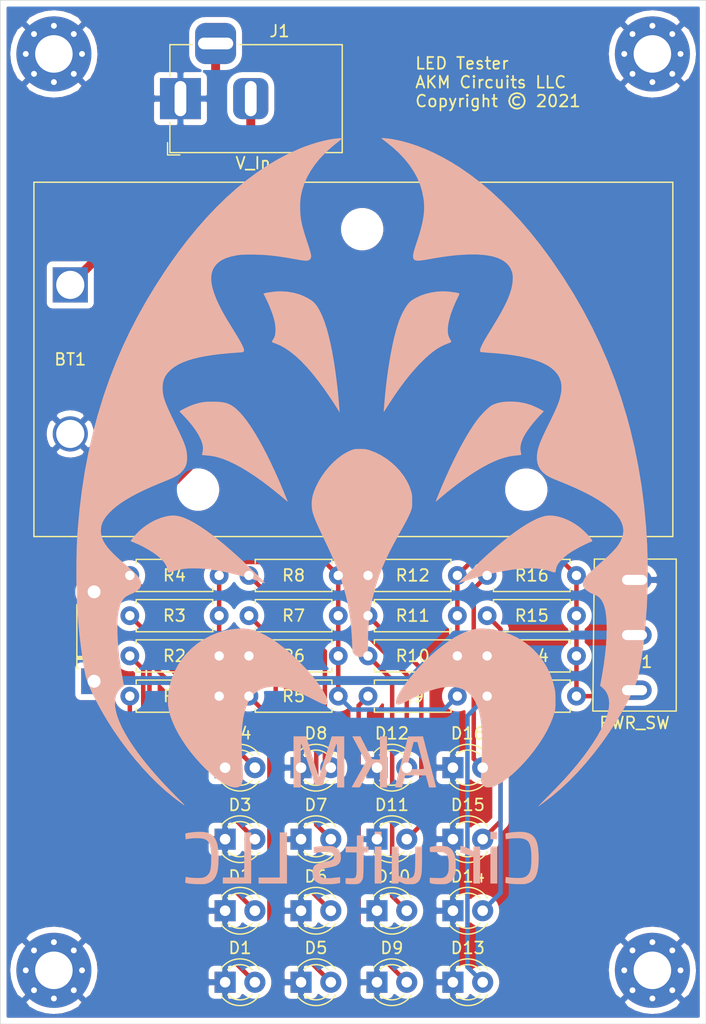
<source format=kicad_pcb>
(kicad_pcb (version 20171130) (host pcbnew "(5.1.9-0-10_14)")
  (title_block (title "LED Tester") (date 2021-08-03) (rev v1) (company "AKM Circuits LLC") (comment 2 https://creativecommons.org/licenses/by-nc-nd/4.0/) (comment 3 "License: CC-BY-NC-ND-4.0") (comment 4 "Author: Amir Masri"))
  (layers (0 F.Cu signal) (31 B.Cu signal) (36 B.SilkS user hide) (37 F.SilkS user) (38 B.Mask user) (39 F.Mask user) (44 Edge.Cuts user))
  (net 0 "")
  (net 1 "Net-(BT1-Pad1)")
  (net 2 GND)
  (net 3 "Net-(D1-Pad2)")
  (net 4 "Net-(D2-Pad2)")
  (net 5 "Net-(D3-Pad2)")
  (net 6 "Net-(D4-Pad2)")
  (net 7 "Net-(D5-Pad2)")
  (net 8 "Net-(D6-Pad2)")
  (net 9 "Net-(D7-Pad2)")
  (net 10 "Net-(D8-Pad2)")
  (net 11 "Net-(D9-Pad2)")
  (net 12 "Net-(D10-Pad2)")
  (net 13 "Net-(D11-Pad2)")
  (net 14 "Net-(D12-Pad2)")
  (net 15 "Net-(D13-Pad2)")
  (net 16 "Net-(D14-Pad2)")
  (net 17 "Net-(D15-Pad2)")
  (net 18 "Net-(D16-Pad2)")
  (net 19 "Net-(D17-Pad1)")
  (net 20 "Net-(D17-Pad2)")
  (net 21 VCC)
  (module AKM_Circuits:Logo_800 (layer B.Cu) (at 140.97 102.235 180)
    (fp_text reference SYM1 hide)
    (fp_text value SYM_AKM_Logo hide)
  )
  (module Battery:BatteryHolder_Eagle_12BH611-GR (layer F.Cu) (at 116.078 82.931 180)
    (fp_text reference BT1 (at 0 -6.35) (layer F.SilkS))
    (fp_text value Battery)
    (pad 2 thru_hole circle (at 0 -12.7 180) (size 3 3) (drill 2.4) (layers *.Cu *.Mask) (net 2 GND))
    (pad 1 thru_hole rect (at 0 0 180) (size 3 3) (drill 2.4) (layers *.Cu *.Mask) (net 1 "Net-(BT1-Pad1)"))
    (pad "" np_thru_hole circle (at -10.9 -17.45 180) (size 2.6 2.6) (drill 2.6) (layers *.Cu *.Mask))
    (pad "" np_thru_hole circle (at -38.9 -17.45 180) (size 2.6 2.6) (drill 2.6) (layers *.Cu *.Mask))
    (pad "" np_thru_hole circle (at -24.9 4.75 180) (size 2.6 2.6) (drill 2.6) (layers *.Cu *.Mask))
  )
  (module Resistor_THT:R_Axial_DIN0207_L6.3mm_D2.5mm_P7.62mm_Horizontal (layer F.Cu) (at 131.318 111.125)
    (fp_text reference R7 (at 3.81 0) (layer F.SilkS))
    (fp_text value 4K7)
    (pad 1 thru_hole circle (at 0 0) (size 1.6 1.6) (drill 0.8) (layers *.Cu *.Mask) (net 9 "Net-(D7-Pad2)"))
    (pad 2 thru_hole oval (at 7.62 0) (size 1.6 1.6) (drill 0.8) (layers *.Cu *.Mask) (net 21 VCC))
  )
  (module MountingHole:MountingHole_3.2mm_M3_Pad_Via (layer F.Cu) (at 165.735 141.351)
    (fp_text reference H4 hide)
    (fp_text value MountingHole_Pad)
    (pad 1 thru_hole circle (at 1.697056 -1.697056) (size 0.8 0.8) (drill 0.5) (layers *.Cu *.Mask) (net 2 GND))
    (pad 1 thru_hole circle (at 0 -2.4) (size 0.8 0.8) (drill 0.5) (layers *.Cu *.Mask) (net 2 GND))
    (pad 1 thru_hole circle (at -1.697056 -1.697056) (size 0.8 0.8) (drill 0.5) (layers *.Cu *.Mask) (net 2 GND))
    (pad 1 thru_hole circle (at -2.4 0) (size 0.8 0.8) (drill 0.5) (layers *.Cu *.Mask) (net 2 GND))
    (pad 1 thru_hole circle (at -1.697056 1.697056) (size 0.8 0.8) (drill 0.5) (layers *.Cu *.Mask) (net 2 GND))
    (pad 1 thru_hole circle (at 0 2.4) (size 0.8 0.8) (drill 0.5) (layers *.Cu *.Mask) (net 2 GND))
    (pad 1 thru_hole circle (at 1.697056 1.697056) (size 0.8 0.8) (drill 0.5) (layers *.Cu *.Mask) (net 2 GND))
    (pad 1 thru_hole circle (at 2.4 0) (size 0.8 0.8) (drill 0.5) (layers *.Cu *.Mask) (net 2 GND))
    (pad 1 thru_hole circle (at 0 0) (size 6.4 6.4) (drill 3.2) (layers *.Cu *.Mask) (net 2 GND))
  )
  (module MountingHole:MountingHole_3.2mm_M3_Pad_Via (layer F.Cu) (at 165.735 63.246)
    (fp_text reference H3 hide)
    (fp_text value MountingHole_Pad)
    (pad 1 thru_hole circle (at 1.697056 -1.697056) (size 0.8 0.8) (drill 0.5) (layers *.Cu *.Mask) (net 2 GND))
    (pad 1 thru_hole circle (at 0 -2.4) (size 0.8 0.8) (drill 0.5) (layers *.Cu *.Mask) (net 2 GND))
    (pad 1 thru_hole circle (at -1.697056 -1.697056) (size 0.8 0.8) (drill 0.5) (layers *.Cu *.Mask) (net 2 GND))
    (pad 1 thru_hole circle (at -2.4 0) (size 0.8 0.8) (drill 0.5) (layers *.Cu *.Mask) (net 2 GND))
    (pad 1 thru_hole circle (at -1.697056 1.697056) (size 0.8 0.8) (drill 0.5) (layers *.Cu *.Mask) (net 2 GND))
    (pad 1 thru_hole circle (at 0 2.4) (size 0.8 0.8) (drill 0.5) (layers *.Cu *.Mask) (net 2 GND))
    (pad 1 thru_hole circle (at 1.697056 1.697056) (size 0.8 0.8) (drill 0.5) (layers *.Cu *.Mask) (net 2 GND))
    (pad 1 thru_hole circle (at 2.4 0) (size 0.8 0.8) (drill 0.5) (layers *.Cu *.Mask) (net 2 GND))
    (pad 1 thru_hole circle (at 0 0) (size 6.4 6.4) (drill 3.2) (layers *.Cu *.Mask) (net 2 GND))
  )
  (module MountingHole:MountingHole_3.2mm_M3_Pad_Via (layer F.Cu) (at 114.681 141.351)
    (fp_text reference H2 hide)
    (fp_text value MountingHole_Pad)
    (pad 1 thru_hole circle (at 1.697056 -1.697056) (size 0.8 0.8) (drill 0.5) (layers *.Cu *.Mask) (net 2 GND))
    (pad 1 thru_hole circle (at 0 -2.4) (size 0.8 0.8) (drill 0.5) (layers *.Cu *.Mask) (net 2 GND))
    (pad 1 thru_hole circle (at -1.697056 -1.697056) (size 0.8 0.8) (drill 0.5) (layers *.Cu *.Mask) (net 2 GND))
    (pad 1 thru_hole circle (at -2.4 0) (size 0.8 0.8) (drill 0.5) (layers *.Cu *.Mask) (net 2 GND))
    (pad 1 thru_hole circle (at -1.697056 1.697056) (size 0.8 0.8) (drill 0.5) (layers *.Cu *.Mask) (net 2 GND))
    (pad 1 thru_hole circle (at 0 2.4) (size 0.8 0.8) (drill 0.5) (layers *.Cu *.Mask) (net 2 GND))
    (pad 1 thru_hole circle (at 1.697056 1.697056) (size 0.8 0.8) (drill 0.5) (layers *.Cu *.Mask) (net 2 GND))
    (pad 1 thru_hole circle (at 2.4 0) (size 0.8 0.8) (drill 0.5) (layers *.Cu *.Mask) (net 2 GND))
    (pad 1 thru_hole circle (at 0 0) (size 6.4 6.4) (drill 3.2) (layers *.Cu *.Mask) (net 2 GND))
  )
  (module MountingHole:MountingHole_3.2mm_M3_Pad_Via (layer F.Cu) (at 114.681 63.246)
    (fp_text reference H1 hide)
    (fp_text value MountingHole_Pad)
    (pad 1 thru_hole circle (at 1.697056 -1.697056) (size 0.8 0.8) (drill 0.5) (layers *.Cu *.Mask) (net 2 GND))
    (pad 1 thru_hole circle (at 0 -2.4) (size 0.8 0.8) (drill 0.5) (layers *.Cu *.Mask) (net 2 GND))
    (pad 1 thru_hole circle (at -1.697056 -1.697056) (size 0.8 0.8) (drill 0.5) (layers *.Cu *.Mask) (net 2 GND))
    (pad 1 thru_hole circle (at -2.4 0) (size 0.8 0.8) (drill 0.5) (layers *.Cu *.Mask) (net 2 GND))
    (pad 1 thru_hole circle (at -1.697056 1.697056) (size 0.8 0.8) (drill 0.5) (layers *.Cu *.Mask) (net 2 GND))
    (pad 1 thru_hole circle (at 0 2.4) (size 0.8 0.8) (drill 0.5) (layers *.Cu *.Mask) (net 2 GND))
    (pad 1 thru_hole circle (at 1.697056 1.697056) (size 0.8 0.8) (drill 0.5) (layers *.Cu *.Mask) (net 2 GND))
    (pad 1 thru_hole circle (at 2.4 0) (size 0.8 0.8) (drill 0.5) (layers *.Cu *.Mask) (net 2 GND))
    (pad 1 thru_hole circle (at 0 0) (size 6.4 6.4) (drill 3.2) (layers *.Cu *.Mask) (net 2 GND))
  )
  (module LED_THT:LED_D3.0mm (layer F.Cu) (at 129.286 142.367)
    (fp_text reference D1 (at 1.27 -2.921) (layer F.SilkS))
    (fp_text value LED)
    (pad 1 thru_hole rect (at 0 0) (size 1.8 1.8) (drill 0.9) (layers *.Cu *.Mask) (net 2 GND))
    (pad 2 thru_hole circle (at 2.54 0) (size 1.8 1.8) (drill 0.9) (layers *.Cu *.Mask) (net 3 "Net-(D1-Pad2)"))
  )
  (module LED_THT:LED_D3.0mm (layer F.Cu) (at 129.286 136.271)
    (fp_text reference D2 (at 1.27 -2.921) (layer F.SilkS))
    (fp_text value LED)
    (pad 1 thru_hole rect (at 0 0) (size 1.8 1.8) (drill 0.9) (layers *.Cu *.Mask) (net 2 GND))
    (pad 2 thru_hole circle (at 2.54 0) (size 1.8 1.8) (drill 0.9) (layers *.Cu *.Mask) (net 4 "Net-(D2-Pad2)"))
  )
  (module LED_THT:LED_D3.0mm (layer F.Cu) (at 129.286 130.175)
    (fp_text reference D3 (at 1.27 -2.921) (layer F.SilkS))
    (fp_text value LED)
    (pad 2 thru_hole circle (at 2.54 0) (size 1.8 1.8) (drill 0.9) (layers *.Cu *.Mask) (net 5 "Net-(D3-Pad2)"))
    (pad 1 thru_hole rect (at 0 0) (size 1.8 1.8) (drill 0.9) (layers *.Cu *.Mask) (net 2 GND))
  )
  (module LED_THT:LED_D3.0mm (layer F.Cu) (at 129.286 124.079)
    (fp_text reference D4 (at 1.27 -2.921) (layer F.SilkS))
    (fp_text value LED)
    (pad 1 thru_hole rect (at 0 0) (size 1.8 1.8) (drill 0.9) (layers *.Cu *.Mask) (net 2 GND))
    (pad 2 thru_hole circle (at 2.54 0) (size 1.8 1.8) (drill 0.9) (layers *.Cu *.Mask) (net 6 "Net-(D4-Pad2)"))
  )
  (module LED_THT:LED_D3.0mm (layer F.Cu) (at 135.763 142.367)
    (fp_text reference D5 (at 1.27 -2.921) (layer F.SilkS))
    (fp_text value LED)
    (pad 1 thru_hole rect (at 0 0) (size 1.8 1.8) (drill 0.9) (layers *.Cu *.Mask) (net 2 GND))
    (pad 2 thru_hole circle (at 2.54 0) (size 1.8 1.8) (drill 0.9) (layers *.Cu *.Mask) (net 7 "Net-(D5-Pad2)"))
  )
  (module LED_THT:LED_D3.0mm (layer F.Cu) (at 135.763 136.271)
    (fp_text reference D6 (at 1.27 -2.921) (layer F.SilkS))
    (fp_text value LED)
    (pad 1 thru_hole rect (at 0 0) (size 1.8 1.8) (drill 0.9) (layers *.Cu *.Mask) (net 2 GND))
    (pad 2 thru_hole circle (at 2.54 0) (size 1.8 1.8) (drill 0.9) (layers *.Cu *.Mask) (net 8 "Net-(D6-Pad2)"))
  )
  (module LED_THT:LED_D3.0mm (layer F.Cu) (at 135.763 130.175)
    (fp_text reference D7 (at 1.27 -2.921) (layer F.SilkS))
    (fp_text value LED)
    (pad 2 thru_hole circle (at 2.54 0) (size 1.8 1.8) (drill 0.9) (layers *.Cu *.Mask) (net 9 "Net-(D7-Pad2)"))
    (pad 1 thru_hole rect (at 0 0) (size 1.8 1.8) (drill 0.9) (layers *.Cu *.Mask) (net 2 GND))
  )
  (module LED_THT:LED_D3.0mm (layer F.Cu) (at 135.763 124.079)
    (fp_text reference D8 (at 1.27 -2.921) (layer F.SilkS))
    (fp_text value LED)
    (pad 1 thru_hole rect (at 0 0) (size 1.8 1.8) (drill 0.9) (layers *.Cu *.Mask) (net 2 GND))
    (pad 2 thru_hole circle (at 2.54 0) (size 1.8 1.8) (drill 0.9) (layers *.Cu *.Mask) (net 10 "Net-(D8-Pad2)"))
  )
  (module LED_THT:LED_D3.0mm (layer F.Cu) (at 142.24 142.367)
    (fp_text reference D9 (at 1.27 -2.921) (layer F.SilkS))
    (fp_text value LED)
    (pad 2 thru_hole circle (at 2.54 0) (size 1.8 1.8) (drill 0.9) (layers *.Cu *.Mask) (net 11 "Net-(D9-Pad2)"))
    (pad 1 thru_hole rect (at 0 0) (size 1.8 1.8) (drill 0.9) (layers *.Cu *.Mask) (net 2 GND))
  )
  (module LED_THT:LED_D3.0mm (layer F.Cu) (at 142.24 136.271)
    (fp_text reference D10 (at 1.397 -2.921) (layer F.SilkS))
    (fp_text value LED)
    (pad 2 thru_hole circle (at 2.54 0) (size 1.8 1.8) (drill 0.9) (layers *.Cu *.Mask) (net 12 "Net-(D10-Pad2)"))
    (pad 1 thru_hole rect (at 0 0) (size 1.8 1.8) (drill 0.9) (layers *.Cu *.Mask) (net 2 GND))
  )
  (module LED_THT:LED_D3.0mm (layer F.Cu) (at 142.24 130.175)
    (fp_text reference D11 (at 1.27 -2.921) (layer F.SilkS))
    (fp_text value LED)
    (pad 2 thru_hole circle (at 2.54 0) (size 1.8 1.8) (drill 0.9) (layers *.Cu *.Mask) (net 13 "Net-(D11-Pad2)"))
    (pad 1 thru_hole rect (at 0 0) (size 1.8 1.8) (drill 0.9) (layers *.Cu *.Mask) (net 2 GND))
  )
  (module LED_THT:LED_D3.0mm (layer F.Cu) (at 142.24 124.079)
    (fp_text reference D12 (at 1.27 -2.921) (layer F.SilkS))
    (fp_text value LED)
    (pad 2 thru_hole circle (at 2.54 0) (size 1.8 1.8) (drill 0.9) (layers *.Cu *.Mask) (net 14 "Net-(D12-Pad2)"))
    (pad 1 thru_hole rect (at 0 0) (size 1.8 1.8) (drill 0.9) (layers *.Cu *.Mask) (net 2 GND))
  )
  (module LED_THT:LED_D3.0mm (layer F.Cu) (at 148.717 142.367)
    (fp_text reference D13 (at 1.27 -2.921) (layer F.SilkS))
    (fp_text value LED)
    (pad 1 thru_hole rect (at 0 0) (size 1.8 1.8) (drill 0.9) (layers *.Cu *.Mask) (net 2 GND))
    (pad 2 thru_hole circle (at 2.54 0) (size 1.8 1.8) (drill 0.9) (layers *.Cu *.Mask) (net 15 "Net-(D13-Pad2)"))
  )
  (module LED_THT:LED_D3.0mm (layer F.Cu) (at 148.717 136.271)
    (fp_text reference D14 (at 1.27 -2.921) (layer F.SilkS))
    (fp_text value LED)
    (pad 1 thru_hole rect (at 0 0) (size 1.8 1.8) (drill 0.9) (layers *.Cu *.Mask) (net 2 GND))
    (pad 2 thru_hole circle (at 2.54 0) (size 1.8 1.8) (drill 0.9) (layers *.Cu *.Mask) (net 16 "Net-(D14-Pad2)"))
  )
  (module LED_THT:LED_D3.0mm (layer F.Cu) (at 148.717 130.175)
    (fp_text reference D15 (at 1.27 -2.921) (layer F.SilkS))
    (fp_text value LED)
    (pad 2 thru_hole circle (at 2.54 0) (size 1.8 1.8) (drill 0.9) (layers *.Cu *.Mask) (net 17 "Net-(D15-Pad2)"))
    (pad 1 thru_hole rect (at 0 0) (size 1.8 1.8) (drill 0.9) (layers *.Cu *.Mask) (net 2 GND))
  )
  (module LED_THT:LED_D3.0mm (layer F.Cu) (at 148.717 124.079)
    (fp_text reference D16 (at 1.27 -2.921) (layer F.SilkS))
    (fp_text value LED)
    (pad 1 thru_hole rect (at 0 0) (size 1.8 1.8) (drill 0.9) (layers *.Cu *.Mask) (net 2 GND))
    (pad 2 thru_hole circle (at 2.54 0) (size 1.8 1.8) (drill 0.9) (layers *.Cu *.Mask) (net 18 "Net-(D16-Pad2)"))
  )
  (module Diode_THT:D_DO-41_SOD81_P7.62mm_Horizontal (layer F.Cu) (at 118.11 116.713 90)
    (fp_text reference D17 (at 4.191 0 90) (layer F.SilkS))
    (fp_text value 1N5817)
    (pad 1 thru_hole rect (at 0 0 90) (size 2.2 2.2) (drill 1.1) (layers *.Cu *.Mask) (net 19 "Net-(D17-Pad1)"))
    (pad 2 thru_hole oval (at 7.62 0 90) (size 2.2 2.2) (drill 1.1) (layers *.Cu *.Mask) (net 20 "Net-(D17-Pad2)"))
  )
  (module Connector_BarrelJack:BarrelJack_Horizontal (layer F.Cu) (at 125.476 67.056 180)
    (fp_text reference J1 (at -8.45 5.75) (layer F.SilkS))
    (fp_text value V_In (at -6.2 -5.5) (layer F.SilkS))
    (pad 1 thru_hole rect (at 0 0 180) (size 3.5 3.5) (drill oval 1 3) (layers *.Cu *.Mask) (net 2 GND))
    (pad 2 thru_hole roundrect (at -6 0 180) (size 3 3.5) (drill oval 1 3) (layers *.Cu *.Mask) (net 20 "Net-(D17-Pad2)"))
    (pad 3 thru_hole roundrect (at -3 4.7 180) (size 3.5 3.5) (drill oval 3 1) (layers *.Cu *.Mask) (net 1 "Net-(BT1-Pad1)"))
  )
  (module Resistor_THT:R_Axial_DIN0207_L6.3mm_D2.5mm_P7.62mm_Horizontal (layer F.Cu) (at 121.158 117.983)
    (fp_text reference R1 (at 3.81 0) (layer F.SilkS))
    (fp_text value 4K7)
    (pad 1 thru_hole circle (at 0 0) (size 1.6 1.6) (drill 0.8) (layers *.Cu *.Mask) (net 3 "Net-(D1-Pad2)"))
    (pad 2 thru_hole oval (at 7.62 0) (size 1.6 1.6) (drill 0.8) (layers *.Cu *.Mask) (net 21 VCC))
  )
  (module Resistor_THT:R_Axial_DIN0207_L6.3mm_D2.5mm_P7.62mm_Horizontal (layer F.Cu) (at 121.158 114.554)
    (fp_text reference R2 (at 3.81 0) (layer F.SilkS))
    (fp_text value 4K7)
    (pad 1 thru_hole circle (at 0 0) (size 1.6 1.6) (drill 0.8) (layers *.Cu *.Mask) (net 4 "Net-(D2-Pad2)"))
    (pad 2 thru_hole oval (at 7.62 0) (size 1.6 1.6) (drill 0.8) (layers *.Cu *.Mask) (net 21 VCC))
  )
  (module Resistor_THT:R_Axial_DIN0207_L6.3mm_D2.5mm_P7.62mm_Horizontal (layer F.Cu) (at 121.158 111.125)
    (fp_text reference R3 (at 3.81 0) (layer F.SilkS))
    (fp_text value 4K7)
    (pad 2 thru_hole oval (at 7.62 0) (size 1.6 1.6) (drill 0.8) (layers *.Cu *.Mask) (net 21 VCC))
    (pad 1 thru_hole circle (at 0 0) (size 1.6 1.6) (drill 0.8) (layers *.Cu *.Mask) (net 5 "Net-(D3-Pad2)"))
  )
  (module Resistor_THT:R_Axial_DIN0207_L6.3mm_D2.5mm_P7.62mm_Horizontal (layer F.Cu) (at 121.158 107.696)
    (fp_text reference R4 (at 3.81 0) (layer F.SilkS))
    (fp_text value 4K7)
    (pad 1 thru_hole circle (at 0 0) (size 1.6 1.6) (drill 0.8) (layers *.Cu *.Mask) (net 6 "Net-(D4-Pad2)"))
    (pad 2 thru_hole oval (at 7.62 0) (size 1.6 1.6) (drill 0.8) (layers *.Cu *.Mask) (net 21 VCC))
  )
  (module Resistor_THT:R_Axial_DIN0207_L6.3mm_D2.5mm_P7.62mm_Horizontal (layer F.Cu) (at 131.318 117.983)
    (fp_text reference R5 (at 3.81 0) (layer F.SilkS))
    (fp_text value 4K7)
    (pad 1 thru_hole circle (at 0 0) (size 1.6 1.6) (drill 0.8) (layers *.Cu *.Mask) (net 7 "Net-(D5-Pad2)"))
    (pad 2 thru_hole oval (at 7.62 0) (size 1.6 1.6) (drill 0.8) (layers *.Cu *.Mask) (net 21 VCC))
  )
  (module Resistor_THT:R_Axial_DIN0207_L6.3mm_D2.5mm_P7.62mm_Horizontal (layer F.Cu) (at 131.318 114.554)
    (fp_text reference R6 (at 3.81 0) (layer F.SilkS))
    (fp_text value 4K7)
    (pad 2 thru_hole oval (at 7.62 0) (size 1.6 1.6) (drill 0.8) (layers *.Cu *.Mask) (net 21 VCC))
    (pad 1 thru_hole circle (at 0 0) (size 1.6 1.6) (drill 0.8) (layers *.Cu *.Mask) (net 8 "Net-(D6-Pad2)"))
  )
  (module Resistor_THT:R_Axial_DIN0207_L6.3mm_D2.5mm_P7.62mm_Horizontal (layer F.Cu) (at 131.318 107.696)
    (fp_text reference R8 (at 3.81 0) (layer F.SilkS))
    (fp_text value 4K7)
    (pad 2 thru_hole oval (at 7.62 0) (size 1.6 1.6) (drill 0.8) (layers *.Cu *.Mask) (net 21 VCC))
    (pad 1 thru_hole circle (at 0 0) (size 1.6 1.6) (drill 0.8) (layers *.Cu *.Mask) (net 10 "Net-(D8-Pad2)"))
  )
  (module Resistor_THT:R_Axial_DIN0207_L6.3mm_D2.5mm_P7.62mm_Horizontal (layer F.Cu) (at 141.478 117.983)
    (fp_text reference R9 (at 3.81 0) (layer F.SilkS))
    (fp_text value 4K7)
    (pad 2 thru_hole oval (at 7.62 0) (size 1.6 1.6) (drill 0.8) (layers *.Cu *.Mask) (net 21 VCC))
    (pad 1 thru_hole circle (at 0 0) (size 1.6 1.6) (drill 0.8) (layers *.Cu *.Mask) (net 11 "Net-(D9-Pad2)"))
  )
  (module Resistor_THT:R_Axial_DIN0207_L6.3mm_D2.5mm_P7.62mm_Horizontal (layer F.Cu) (at 141.478 114.554)
    (fp_text reference R10 (at 3.81 0) (layer F.SilkS))
    (fp_text value 4K7)
    (pad 2 thru_hole oval (at 7.62 0) (size 1.6 1.6) (drill 0.8) (layers *.Cu *.Mask) (net 21 VCC))
    (pad 1 thru_hole circle (at 0 0) (size 1.6 1.6) (drill 0.8) (layers *.Cu *.Mask) (net 12 "Net-(D10-Pad2)"))
  )
  (module Resistor_THT:R_Axial_DIN0207_L6.3mm_D2.5mm_P7.62mm_Horizontal (layer F.Cu) (at 141.478 111.125)
    (fp_text reference R11 (at 3.81 0) (layer F.SilkS))
    (fp_text value 4K7)
    (pad 2 thru_hole oval (at 7.62 0) (size 1.6 1.6) (drill 0.8) (layers *.Cu *.Mask) (net 21 VCC))
    (pad 1 thru_hole circle (at 0 0) (size 1.6 1.6) (drill 0.8) (layers *.Cu *.Mask) (net 13 "Net-(D11-Pad2)"))
  )
  (module Resistor_THT:R_Axial_DIN0207_L6.3mm_D2.5mm_P7.62mm_Horizontal (layer F.Cu) (at 141.478 107.696)
    (fp_text reference R12 (at 3.81 0) (layer F.SilkS))
    (fp_text value 4K7)
    (pad 2 thru_hole oval (at 7.62 0) (size 1.6 1.6) (drill 0.8) (layers *.Cu *.Mask) (net 21 VCC))
    (pad 1 thru_hole circle (at 0 0) (size 1.6 1.6) (drill 0.8) (layers *.Cu *.Mask) (net 14 "Net-(D12-Pad2)"))
  )
  (module Resistor_THT:R_Axial_DIN0207_L6.3mm_D2.5mm_P7.62mm_Horizontal (layer F.Cu) (at 151.638 117.983)
    (fp_text reference R13 (at 3.81 0) (layer F.SilkS))
    (fp_text value 4K7)
    (pad 1 thru_hole circle (at 0 0) (size 1.6 1.6) (drill 0.8) (layers *.Cu *.Mask) (net 15 "Net-(D13-Pad2)"))
    (pad 2 thru_hole oval (at 7.62 0) (size 1.6 1.6) (drill 0.8) (layers *.Cu *.Mask) (net 21 VCC))
  )
  (module Resistor_THT:R_Axial_DIN0207_L6.3mm_D2.5mm_P7.62mm_Horizontal (layer F.Cu) (at 151.638 114.554)
    (fp_text reference R14 (at 3.81 0) (layer F.SilkS))
    (fp_text value 4K7)
    (pad 2 thru_hole oval (at 7.62 0) (size 1.6 1.6) (drill 0.8) (layers *.Cu *.Mask) (net 21 VCC))
    (pad 1 thru_hole circle (at 0 0) (size 1.6 1.6) (drill 0.8) (layers *.Cu *.Mask) (net 16 "Net-(D14-Pad2)"))
  )
  (module Resistor_THT:R_Axial_DIN0207_L6.3mm_D2.5mm_P7.62mm_Horizontal (layer F.Cu) (at 151.638 111.125)
    (fp_text reference R15 (at 3.81 0) (layer F.SilkS))
    (fp_text value 4K7)
    (pad 1 thru_hole circle (at 0 0) (size 1.6 1.6) (drill 0.8) (layers *.Cu *.Mask) (net 17 "Net-(D15-Pad2)"))
    (pad 2 thru_hole oval (at 7.62 0) (size 1.6 1.6) (drill 0.8) (layers *.Cu *.Mask) (net 21 VCC))
  )
  (module Resistor_THT:R_Axial_DIN0207_L6.3mm_D2.5mm_P7.62mm_Horizontal (layer F.Cu) (at 151.638 107.696)
    (fp_text reference R16 (at 3.81 0) (layer F.SilkS))
    (fp_text value 4K7)
    (pad 1 thru_hole circle (at 0 0) (size 1.6 1.6) (drill 0.8) (layers *.Cu *.Mask) (net 18 "Net-(D16-Pad2)"))
    (pad 2 thru_hole oval (at 7.62 0) (size 1.6 1.6) (drill 0.8) (layers *.Cu *.Mask) (net 21 VCC))
  )
  (module AKM_Circuits:Switch_SPDT (layer F.Cu) (at 164.211 112.776 180)
    (fp_text reference SW1 (at 0 -2.286) (layer F.SilkS))
    (fp_text value PWR_SW (at 0 -7.493) (layer F.SilkS))
    (pad 1 thru_hole oval (at 0 -4.699 180) (size 2.92375 1.65375) (drill oval 2.13 0.86) (layers *.Cu *.Mask) (net 21 VCC))
    (pad 2 thru_hole oval (at 0 0.001 180) (size 2.92375 1.65375) (drill oval 2.13 0.86) (layers *.Cu *.Mask) (net 19 "Net-(D17-Pad1)"))
    (pad 3 thru_hole oval (at 0 4.701 180) (size 2.92375 1.65375) (drill oval 2.13 0.86) (layers *.Cu *.Mask) (net 2 GND))
  )
  (gr_line (start 110.109 145.923) (end 110.109 58.674) (layer Edge.Cuts) (width 0.05))
  (gr_line (start 170.307 145.923) (end 110.109 145.923) (layer Edge.Cuts) (width 0.05))
  (gr_line (start 170.307 58.674) (end 170.307 145.923) (layer Edge.Cuts) (width 0.05))
  (gr_line (start 110.109 58.674) (end 170.307 58.674) (layer Edge.Cuts) (width 0.05))
  (gr_text "LED Tester\nAKM Circuits LLC\nCopyright © 2021" (at 145.415 65.659) (layer F.SilkS) (effects (font (size 1 1)) (justify left)))
  (segment (start 128.476 70.533) (end 116.078 82.931) (width 0.762) (layer F.Cu) (net 1))
  (segment (start 128.476 62.356) (end 128.476 70.533) (width 0.762) (layer F.Cu) (net 1))
  (segment (start 121.158 131.699) (end 131.826 142.367) (width 0.381) (layer F.Cu) (net 3))
  (segment (start 121.158 117.983) (end 121.158 131.699) (width 0.381) (layer F.Cu) (net 3))
  (segment (start 122.300901 126.745901) (end 131.826 136.271) (width 0.381) (layer F.Cu) (net 4))
  (segment (start 122.300901 115.696901) (end 122.300901 126.745901) (width 0.381) (layer F.Cu) (net 4))
  (segment (start 121.158 114.554) (end 122.300901 115.696901) (width 0.381) (layer F.Cu) (net 4))
  (segment (start 122.834311 121.183311) (end 131.826 130.175) (width 0.381) (layer F.Cu) (net 5))
  (segment (start 122.834311 112.801311) (end 122.834311 121.183311) (width 0.381) (layer F.Cu) (net 5))
  (segment (start 121.158 111.125) (end 122.834311 112.801311) (width 0.381) (layer F.Cu) (net 5))
  (segment (start 123.367721 115.620721) (end 131.826 124.079) (width 0.381) (layer F.Cu) (net 6))
  (segment (start 123.367721 109.905721) (end 123.367721 115.620721) (width 0.381) (layer F.Cu) (net 6))
  (segment (start 121.158 107.696) (end 123.367721 109.905721) (width 0.381) (layer F.Cu) (net 6))
  (segment (start 133.068901 137.132901) (end 138.303 142.367) (width 0.381) (layer F.Cu) (net 7))
  (segment (start 133.068901 119.733901) (end 133.068901 137.132901) (width 0.381) (layer F.Cu) (net 7))
  (segment (start 131.318 117.983) (end 133.068901 119.733901) (width 0.381) (layer F.Cu) (net 7))
  (segment (start 133.602311 131.570311) (end 138.303 136.271) (width 0.381) (layer F.Cu) (net 8))
  (segment (start 133.602311 116.838311) (end 133.602311 131.570311) (width 0.381) (layer F.Cu) (net 8))
  (segment (start 131.318 114.554) (end 133.602311 116.838311) (width 0.381) (layer F.Cu) (net 8))
  (segment (start 137.060099 116.867099) (end 137.060099 128.932099) (width 0.381) (layer F.Cu) (net 9))
  (segment (start 137.060099 128.932099) (end 138.303 130.175) (width 0.381) (layer F.Cu) (net 9))
  (segment (start 131.318 111.125) (end 137.060099 116.867099) (width 0.381) (layer F.Cu) (net 9))
  (segment (start 137.795099 123.571099) (end 138.303 124.079) (width 0.381) (layer F.Cu) (net 10))
  (segment (start 137.795099 114.173099) (end 137.795099 123.571099) (width 0.381) (layer F.Cu) (net 10))
  (segment (start 131.318 107.696) (end 137.795099 114.173099) (width 0.381) (layer F.Cu) (net 10))
  (segment (start 140.678001 138.265001) (end 144.78 142.367) (width 0.381) (layer F.Cu) (net 11))
  (segment (start 140.678001 118.782999) (end 140.678001 138.265001) (width 0.381) (layer F.Cu) (net 11))
  (segment (start 141.478 117.983) (end 140.678001 118.782999) (width 0.381) (layer F.Cu) (net 11))
  (segment (start 143.537099 135.028099) (end 144.78 136.271) (width 0.381) (layer F.Cu) (net 12))
  (segment (start 143.537099 116.613099) (end 143.537099 135.028099) (width 0.381) (layer F.Cu) (net 12))
  (segment (start 141.478 114.554) (end 143.537099 116.613099) (width 0.381) (layer F.Cu) (net 12))
  (segment (start 146.022901 115.669901) (end 146.022901 128.932099) (width 0.381) (layer F.Cu) (net 13))
  (segment (start 146.022901 128.932099) (end 144.78 130.175) (width 0.381) (layer F.Cu) (net 13))
  (segment (start 141.478 111.125) (end 146.022901 115.669901) (width 0.381) (layer F.Cu) (net 13))
  (segment (start 144.78 116.164506) (end 144.78 124.079) (width 0.381) (layer F.Cu) (net 14))
  (segment (start 140.335099 108.838901) (end 140.335099 111.719605) (width 0.381) (layer F.Cu) (net 14))
  (segment (start 140.335099 111.719605) (end 144.78 116.164506) (width 0.381) (layer F.Cu) (net 14))
  (segment (start 141.478 107.696) (end 140.335099 108.838901) (width 0.381) (layer F.Cu) (net 14))
  (segment (start 149.959901 119.661099) (end 151.638 117.983) (width 0.381) (layer B.Cu) (net 15))
  (segment (start 149.959901 141.069901) (end 149.959901 119.661099) (width 0.381) (layer B.Cu) (net 15))
  (segment (start 151.257 142.367) (end 149.959901 141.069901) (width 0.381) (layer B.Cu) (net 15))
  (segment (start 152.780901 134.747099) (end 151.257 136.271) (width 0.381) (layer B.Cu) (net 16))
  (segment (start 152.780901 115.696901) (end 152.780901 134.747099) (width 0.381) (layer B.Cu) (net 16))
  (segment (start 151.638 114.554) (end 152.780901 115.696901) (width 0.381) (layer B.Cu) (net 16))
  (segment (start 152.780901 128.651099) (end 151.257 130.175) (width 0.381) (layer F.Cu) (net 17))
  (segment (start 152.780901 112.267901) (end 152.780901 128.651099) (width 0.381) (layer F.Cu) (net 17))
  (segment (start 151.638 111.125) (end 152.780901 112.267901) (width 0.381) (layer F.Cu) (net 17))
  (segment (start 150.495099 123.317099) (end 151.257 124.079) (width 0.381) (layer F.Cu) (net 18))
  (segment (start 150.495099 108.838901) (end 150.495099 123.317099) (width 0.381) (layer F.Cu) (net 18))
  (segment (start 151.638 107.696) (end 150.495099 108.838901) (width 0.381) (layer F.Cu) (net 18))
  (segment (start 148.903566 112.775) (end 164.211 112.775) (width 0.762) (layer B.Cu) (net 19))
  (segment (start 145.028967 116.649599) (end 148.903566 112.775) (width 0.762) (layer B.Cu) (net 19))
  (segment (start 118.173401 116.649599) (end 145.028967 116.649599) (width 0.762) (layer B.Cu) (net 19))
  (segment (start 118.11 116.713) (end 118.173401 116.649599) (width 0.762) (layer B.Cu) (net 19))
  (segment (start 118.11 106.535566) (end 118.11 109.093) (width 0.762) (layer F.Cu) (net 20))
  (segment (start 131.476 93.169566) (end 118.11 106.535566) (width 0.762) (layer F.Cu) (net 20))
  (segment (start 131.476 67.056) (end 131.476 93.169566) (width 0.762) (layer F.Cu) (net 20))
  (segment (start 159.258 117.983) (end 159.258 114.554) (width 0.381) (layer F.Cu) (net 21))
  (segment (start 159.258 114.554) (end 159.258 111.125) (width 0.381) (layer F.Cu) (net 21))
  (segment (start 159.258 111.125) (end 159.258 107.696) (width 0.381) (layer F.Cu) (net 21))
  (segment (start 150.240901 106.553099) (end 149.098 107.696) (width 0.381) (layer F.Cu) (net 21))
  (segment (start 158.115099 106.553099) (end 150.240901 106.553099) (width 0.381) (layer F.Cu) (net 21))
  (segment (start 159.258 107.696) (end 158.115099 106.553099) (width 0.381) (layer F.Cu) (net 21))
  (segment (start 149.098 107.696) (end 149.098 111.125) (width 0.381) (layer F.Cu) (net 21))
  (segment (start 149.098 111.125) (end 149.098 114.554) (width 0.381) (layer F.Cu) (net 21))
  (segment (start 149.098 114.554) (end 149.098 117.983) (width 0.381) (layer F.Cu) (net 21))
  (segment (start 138.938 117.983) (end 138.938 114.554) (width 0.381) (layer F.Cu) (net 21))
  (segment (start 138.938 114.554) (end 138.938 111.125) (width 0.381) (layer F.Cu) (net 21))
  (segment (start 138.938 111.125) (end 138.938 107.696) (width 0.381) (layer F.Cu) (net 21))
  (segment (start 137.795099 106.553099) (end 129.920901 106.553099) (width 0.381) (layer F.Cu) (net 21))
  (segment (start 129.920901 106.553099) (end 128.778 107.696) (width 0.381) (layer F.Cu) (net 21))
  (segment (start 138.938 107.696) (end 137.795099 106.553099) (width 0.381) (layer F.Cu) (net 21))
  (segment (start 128.778 107.696) (end 128.778 111.125) (width 0.381) (layer F.Cu) (net 21))
  (segment (start 128.778 111.125) (end 128.778 114.554) (width 0.381) (layer F.Cu) (net 21))
  (segment (start 128.778 114.554) (end 128.778 117.983) (width 0.381) (layer F.Cu) (net 21))
  (segment (start 147.955099 119.125901) (end 149.098 117.983) (width 0.381) (layer B.Cu) (net 21))
  (segment (start 140.080901 119.125901) (end 147.955099 119.125901) (width 0.381) (layer B.Cu) (net 21))
  (segment (start 138.938 117.983) (end 140.080901 119.125901) (width 0.381) (layer B.Cu) (net 21))
  (segment (start 163.703 117.983) (end 164.211 117.475) (width 0.381) (layer F.Cu) (net 21))
  (segment (start 159.258 117.983) (end 163.703 117.983) (width 0.381) (layer F.Cu) (net 21))
  (zone (net 2) (net_name GND) (layer F.Cu) (connect_pads (clearance 0.508)) (min_thickness 0.254) (fill yes (arc_segments 32) (thermal_gap 0.508) (thermal_bridge_width 0.508))
    (polygon (pts (xy 170.053 145.669) (xy 110.363 145.669) (xy 110.363 58.928) (xy 170.053 58.928)))
  )
  (zone (net 2) (net_name GND) (layer B.Cu) (connect_pads (clearance 0.508)) (min_thickness 0.254) (fill yes (arc_segments 32) (thermal_gap 0.508) (thermal_bridge_width 0.508))
    (polygon (pts (xy 170.053 145.669) (xy 110.363 145.669) (xy 110.363 58.928) (xy 170.053 58.928)))
  )
)
</source>
